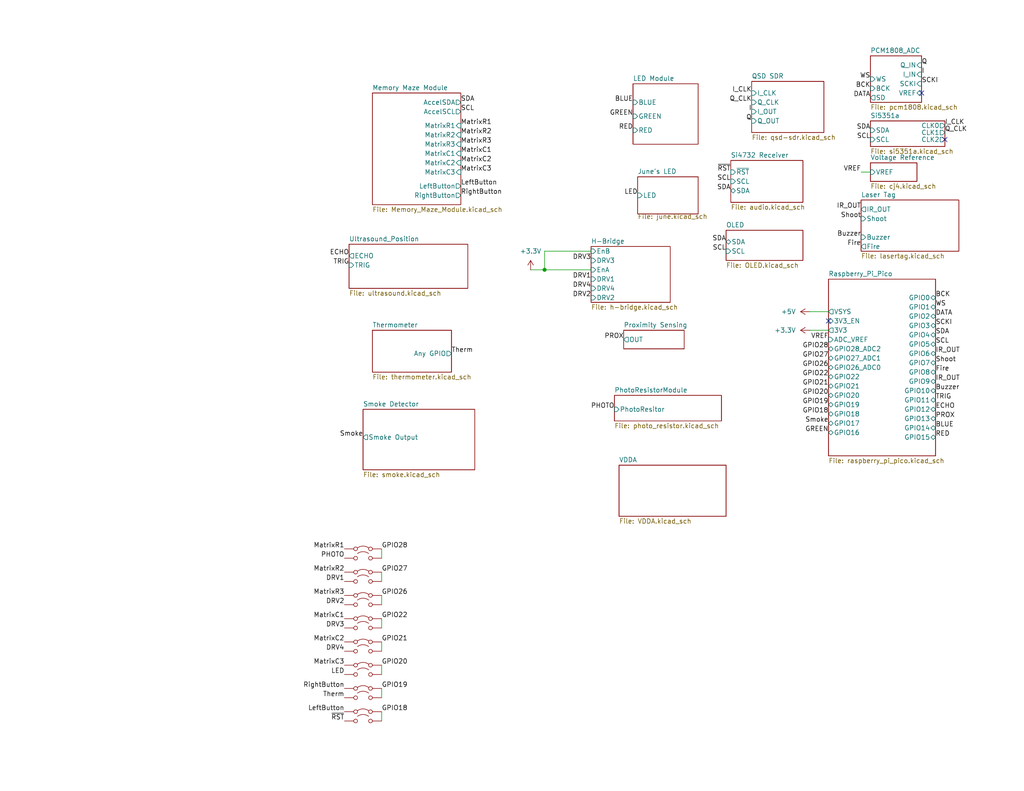
<source format=kicad_sch>
(kicad_sch (version 20250114) (generator "eeschema") (generator_version "9.0")
  (paper "A")
  (title_block (title "Raspberry Pi Pico USB  Sound Card (ADC Only)") (date "2025-01-07") (rev "0.1") (company "Walla Walla University") (comment 1 "Rob Frohne"))
  (lib_symbols
    (symbol "+3.3V_1" (power) (pin_numbers (hide yes)) (pin_names (offset 0) (hide yes))
      (property "Value" "+3.3V" (at 0 3.556 0))
      (symbol "+3.3V_1_0_1"
        (polyline (pts (xy -0.762 1.27) (xy 0 2.54)))
        (polyline (pts (xy 0 2.54) (xy 0.762 1.27)))
        (polyline (pts (xy 0 0) (xy 0 2.54)))
      )
      (symbol "+3.3V_1_1_1"
        (pin power_in line (at 0 0 90) (length 0) (name "~") (number "1"))
      )
    )
    (symbol "Jumper:Jumper_2_Bridged" (pin_numbers (hide yes)) (pin_names (offset 0) (hide yes)) (exclude_from_sim yes)
      (property "Reference" "JP" (at 0 1.905 0))
      (property "Value" "Jumper_2_Bridged" (at 0 -2.54 0))
      (symbol "Jumper_2_Bridged_0_0"
        (circle (center -2.032 0) (radius 0.508))
        (circle (center 2.032 0) (radius 0.508))
      )
      (symbol "Jumper_2_Bridged_0_1"
        (arc (start -1.524 0.254) (mid 0 0.762) (end 1.524 0.254))
      )
      (symbol "Jumper_2_Bridged_1_1"
        (pin passive line (at -5.08 0 0) (length 2.54) (name "A") (number "1"))
        (pin passive line (at 5.08 0 180) (length 2.54) (name "B") (number "2"))
      )
    )
    (symbol "Jumper:Jumper_2_Open" (pin_numbers (hide yes)) (pin_names (offset 0) (hide yes)) (exclude_from_sim yes)
      (property "Reference" "JP" (at 0 2.794 0))
      (property "Value" "Jumper_2_Open" (at 0 -2.286 0))
      (symbol "Jumper_2_Open_0_0"
        (circle (center -2.032 0) (radius 0.508))
        (circle (center 2.032 0) (radius 0.508))
      )
      (symbol "Jumper_2_Open_0_1"
        (arc (start -1.524 1.27) (mid 0 1.778) (end 1.524 1.27))
      )
      (symbol "Jumper_2_Open_1_1"
        (pin passive line (at -5.08 0 0) (length 2.54) (name "A") (number "1"))
        (pin passive line (at 5.08 0 180) (length 2.54) (name "B") (number "2"))
      )
    )
    (symbol "power:+3.3V" (power) (pin_names (offset 0))
      (property "Value" "+3.3V" (at 0 3.556 0))
      (symbol "+3.3V_0_1"
        (polyline (pts (xy -0.762 1.27) (xy 0 2.54)))
        (polyline (pts (xy 0 2.54) (xy 0.762 1.27)))
        (polyline (pts (xy 0 0) (xy 0 2.54)))
      )
      (symbol "+3.3V_1_1"
        (pin power_in line (at 0 0 90) (length 0) (hide yes) (name "+3.3V") (number "1"))
      )
    )
    (symbol "power:+5V" (power) (pin_names (offset 0))
      (property "Value" "+5V" (at 0 3.556 0))
      (symbol "+5V_0_1"
        (polyline (pts (xy -0.762 1.27) (xy 0 2.54)))
        (polyline (pts (xy 0 2.54) (xy 0.762 1.27)))
        (polyline (pts (xy 0 0) (xy 0 2.54)))
      )
      (symbol "+5V_1_1"
        (pin power_in line (at 0 0 90) (length 0) (hide yes) (name "+5V") (number "1"))
      )
    )
  )
  (junction (at 148.59 73.66))
  (no_connect (at 226.06 87.63))
  (no_connect (at 257.81 38.1))
  (no_connect (at 251.46 25.4))
  (wire (pts (xy 148.59 68.58) (xy 148.59 73.66)))
  (wire (pts (xy 104.14 162.56) (xy 104.14 165.1)))
  (wire (pts (xy 104.14 181.61) (xy 104.14 184.15)))
  (wire (pts (xy 104.14 156.21) (xy 104.14 158.75)))
  (wire (pts (xy 104.14 187.96) (xy 104.14 190.5)))
  (wire (pts (xy 104.14 194.31) (xy 104.14 196.85)))
  (wire (pts (xy 104.14 149.86) (xy 104.14 152.4)))
  (wire (pts (xy 234.95 46.99) (xy 237.49 46.99)))
  (wire (pts (xy 148.59 73.66) (xy 161.29 73.66)))
  (wire (pts (xy 220.98 90.17) (xy 226.06 90.17)))
  (wire (pts (xy 161.29 68.58) (xy 148.59 68.58)))
  (wire (pts (xy 220.98 85.09) (xy 226.06 85.09)))
  (wire (pts (xy 144.78 73.66) (xy 148.59 73.66)))
  (wire (pts (xy 104.14 175.26) (xy 104.14 177.8)))
  (wire (pts (xy 104.14 168.91) (xy 104.14 171.45)))
  (label "Fire" (at 234.95 67.31 180))
  (label "PROX" (at 170.18 92.71 180))
  (label "MatrixR1" (at 93.98 149.86 180))
  (label "MatrixR2" (at 93.98 156.21 180))
  (label "ECHO" (at 95.25 69.85 180))
  (label "GPIO21" (at 226.06 105.41 180))
  (label "MatrixR3" (at 93.98 162.56 180))
  (label "Fire" (at 255.27 101.6 0))
  (label "~{RST}" (at 199.39 46.99 180))
  (label "GREEN" (at 172.72 31.75 180))
  (label "GPIO26" (at 104.14 162.56 0))
  (label "MatrixC2" (at 125.73 44.45 0))
  (label "GPIO19" (at 104.14 187.96 0))
  (label "DRV4" (at 161.29 78.74 180))
  (label "GPIO26" (at 226.06 100.33 180))
  (label "PHOTO" (at 167.64 111.76 180))
  (label "SCKI" (at 251.46 22.86 0))
  (label "SDA" (at 199.39 52.07 180))
  (label "RightButton" (at 125.73 53.34 0))
  (label "DRV2" (at 93.98 165.1 180))
  (label "GPIO18" (at 226.06 113.03 180))
  (label "BLUE" (at 172.72 27.94 180))
  (label "SCKI" (at 255.27 88.9 0))
  (label "TRIG" (at 255.27 109.22 0))
  (label "I" (at 205.105 30.48 180))
  (label "MatrixC1" (at 125.73 41.91 0))
  (label "~{RST}" (at 93.98 196.85 180))
  (label "Shoot" (at 255.27 99.06 0))
  (label "PROX" (at 255.27 114.3 0))
  (label "GPIO22" (at 104.14 168.91 0))
  (label "GPIO20" (at 104.14 181.61 0))
  (label "SCL" (at 199.39 49.53 180))
  (label "I_CLK" (at 257.81 34.29 0))
  (label "MatrixC3" (at 125.73 46.99 0))
  (label "Shoot" (at 234.95 59.69 180))
  (label "BLUE" (at 255.27 116.84 0))
  (label "SCL" (at 255.27 93.98 0))
  (label "MatrixR2" (at 125.73 36.83 0))
  (label "DATA" (at 255.27 86.36 0))
  (label "SDA" (at 237.49 35.56 180))
  (label "SDA" (at 198.12 66.04 180))
  (label "GPIO28" (at 104.14 149.86 0))
  (label "Therm" (at 123.19 96.52 0))
  (label "SDA" (at 125.73 27.94 0))
  (label "RED" (at 172.72 35.56 180))
  (label "MatrixR3" (at 125.73 39.37 0))
  (label "GPIO22" (at 226.06 102.87 180))
  (label "MatrixC1" (at 93.98 168.91 180))
  (label "GPIO27" (at 226.06 97.79 180))
  (label "IR_OUT" (at 234.95 57.15 180))
  (label "SCL" (at 237.49 38.1 180))
  (label "WS" (at 237.49 21.59 180))
  (label "GPIO19" (at 226.06 110.49 180))
  (label "PHOTO" (at 93.98 152.4 180))
  (label "Smoke" (at 99.06 119.38 180))
  (label "RightButton" (at 93.98 187.96 180))
  (label "VREF" (at 234.95 46.99 180))
  (label "BCK" (at 255.27 81.28 0))
  (label "LeftButton" (at 93.98 194.31 180))
  (label "IR_OUT" (at 255.27 96.52 0))
  (label "GPIO28" (at 226.06 95.25 180))
  (label "DRV4" (at 93.98 177.8 180))
  (label "MatrixC3" (at 93.98 181.61 180))
  (label "Q_CLK" (at 257.81 36.195 0))
  (label "SCL" (at 125.73 30.48 0))
  (label "LED" (at 173.99 53.34 180))
  (label "SCL" (at 198.12 68.58 180))
  (label "IR_OUT" (at 255.27 104.14 0))
  (label "MatrixR1" (at 125.73 34.29 0))
  (label "GPIO18" (at 104.14 194.31 0))
  (label "Buzzer" (at 255.27 106.68 0))
  (label "GREEN" (at 226.06 118.11 180))
  (label "Buzzer" (at 234.95 64.77 180))
  (label "RED" (at 255.27 119.38 0))
  (label "I" (at 251.46 20.32 0))
  (label "DRV3" (at 161.29 71.12 180))
  (label "Smoke" (at 226.06 115.57 180))
  (label "Q" (at 205.105 33.02 180))
  (label "VREF" (at 226.06 92.71 180))
  (label "I_CLK" (at 205.105 25.4 180))
  (label "DRV1" (at 93.98 158.75 180))
  (label "ECHO" (at 255.27 111.76 0))
  (label "Q_CLK" (at 205.105 27.94 180))
  (label "MatrixC2" (at 93.98 175.26 180))
  (label "GPIO20" (at 226.06 107.95 180))
  (label "BCK" (at 237.49 24.13 180))
  (label "DRV2" (at 161.29 81.28 180))
  (label "LeftButton" (at 125.73 50.8 0))
  (label "Therm" (at 93.98 190.5 180))
  (label "GPIO27" (at 104.14 156.21 0))
  (label "Q" (at 251.46 17.78 0))
  (label "GPIO21" (at 104.14 175.26 0))
  (label "SDA" (at 255.27 91.44 0))
  (label "DRV3" (at 93.98 171.45 180))
  (label "WS" (at 255.27 83.82 0))
  (label "DRV1" (at 161.29 76.2 180))
  (label "LED" (at 93.98 184.15 180))
  (label "TRIG" (at 95.25 72.39 180))
  (label "DATA" (at 237.49 26.67 180))
  (symbol (lib_id "Jumper:Jumper_2_Bridged") (at 99.06 187.96 0) (unit 1) (exclude_from_sim yes)
    (property "Reference" "JP13" (effects (hide yes)))
    (property "Value" "Jumper_2_Bridged" (effects (hide yes)))
    (property "Footprint" "Jumper:SolderJumper-2_P1.3mm_Bridged2Bar_RoundedPad1.0x1.5mm" (effects (hide yes)))
    (property "Description" "Jumper, 2-pole, closed/bridged" (effects (hide yes)))
  )
  (symbol (lib_id "Jumper:Jumper_2_Bridged") (at 99.06 156.21 0) (unit 1) (exclude_from_sim yes)
    (property "Reference" "JP3" (effects (hide yes)))
    (property "Value" "Jumper_2_Bridged" (effects (hide yes)))
    (property "Footprint" "Jumper:SolderJumper-2_P1.3mm_Bridged2Bar_RoundedPad1.0x1.5mm" (effects (hide yes)))
    (property "Description" "Jumper, 2-pole, closed/bridged" (effects (hide yes)))
  )
  (symbol (lib_id "Jumper:Jumper_2_Bridged") (at 99.06 194.31 0) (unit 1) (exclude_from_sim yes)
    (property "Reference" "JP15" (effects (hide yes)))
    (property "Value" "Jumper_2_Bridged" (effects (hide yes)))
    (property "Footprint" "Jumper:SolderJumper-2_P1.3mm_Bridged2Bar_RoundedPad1.0x1.5mm" (effects (hide yes)))
    (property "Description" "Jumper, 2-pole, closed/bridged" (effects (hide yes)))
  )
  (symbol (lib_id "Jumper:Jumper_2_Open") (at 99.06 184.15 0) (unit 1) (exclude_from_sim yes)
    (property "Reference" "JP12" (effects (hide yes)))
    (property "Value" "Jumper_2_Open" (effects (hide yes)))
    (property "Footprint" "Jumper:SolderJumper-2_P1.3mm_Open_RoundedPad1.0x1.5mm" (effects (hide yes)))
    (property "Description" "Jumper, 2-pole, open" (effects (hide yes)))
  )
  (symbol (lib_id "Jumper:Jumper_2_Open") (at 99.06 171.45 0) (unit 1) (exclude_from_sim yes)
    (property "Reference" "JP8" (effects (hide yes)))
    (property "Value" "Jumper_2_Open" (effects (hide yes)))
    (property "Footprint" "Jumper:SolderJumper-2_P1.3mm_Open_RoundedPad1.0x1.5mm" (effects (hide yes)))
    (property "Description" "Jumper, 2-pole, open" (effects (hide yes)))
  )
  (symbol (lib_id "Jumper:Jumper_2_Open") (at 99.06 152.4 0) (unit 1) (exclude_from_sim yes)
    (property "Reference" "JP2" (effects (hide yes)))
    (property "Value" "Jumper_2_Open" (effects (hide yes)))
    (property "Footprint" "Jumper:SolderJumper-2_P1.3mm_Open_RoundedPad1.0x1.5mm" (effects (hide yes)))
    (property "Description" "Jumper, 2-pole, open" (effects (hide yes)))
  )
  (symbol (lib_id "Jumper:Jumper_2_Bridged") (at 99.06 181.61 0) (unit 1) (exclude_from_sim yes)
    (property "Reference" "JP11" (effects (hide yes)))
    (property "Value" "Jumper_2_Bridged" (effects (hide yes)))
    (property "Footprint" "Jumper:SolderJumper-2_P1.3mm_Bridged2Bar_RoundedPad1.0x1.5mm" (effects (hide yes)))
    (property "Description" "Jumper, 2-pole, closed/bridged" (effects (hide yes)))
  )
  (symbol (lib_id "Jumper:Jumper_2_Bridged") (at 99.06 162.56 0) (unit 1) (exclude_from_sim yes)
    (property "Reference" "JP5" (effects (hide yes)))
    (property "Value" "Jumper_2_Bridged" (effects (hide yes)))
    (property "Footprint" "Jumper:SolderJumper-2_P1.3mm_Bridged2Bar_RoundedPad1.0x1.5mm" (effects (hide yes)))
    (property "Description" "Jumper, 2-pole, closed/bridged" (effects (hide yes)))
  )
  (symbol (lib_name "+3.3V_1") (lib_id "power:+3.3V") (at 144.78 73.66 0) (unit 1)
    (property "Reference" "#PWR01" (effects (hide yes)))
    (property "Value" "+3.3V" (at 144.78 68.58 0))
    (property "Description" "Power symbol creates a global label with name \"+3.3V\"" (effects (hide yes)))
  )
  (symbol (lib_id "power:+3.3V") (at 220.98 90.17 90) (unit 1)
    (property "Reference" "#PWR03" (effects (hide yes)))
    (property "Value" "+3.3V" (at 217.17 90.1699 90) (effects (justify left)))
  )
  (symbol (lib_id "power:+5V") (at 220.98 85.09 90) (unit 1)
    (property "Reference" "#PWR02" (effects (hide yes)))
    (property "Value" "+5V" (at 217.17 85.0899 90) (effects (justify left)))
  )
  (symbol (lib_id "Jumper:Jumper_2_Open") (at 99.06 196.85 0) (unit 1) (exclude_from_sim yes)
    (property "Reference" "JP16" (effects (hide yes)))
    (property "Value" "Jumper_2_Open" (effects (hide yes)))
    (property "Footprint" "Jumper:SolderJumper-2_P1.3mm_Open_RoundedPad1.0x1.5mm" (effects (hide yes)))
    (property "Description" "Jumper, 2-pole, open" (effects (hide yes)))
  )
  (symbol (lib_id "Jumper:Jumper_2_Open") (at 99.06 158.75 0) (unit 1) (exclude_from_sim yes)
    (property "Reference" "JP4" (effects (hide yes)))
    (property "Value" "Jumper_2_Open" (effects (hide yes)))
    (property "Footprint" "Jumper:SolderJumper-2_P1.3mm_Open_RoundedPad1.0x1.5mm" (effects (hide yes)))
    (property "Description" "Jumper, 2-pole, open" (effects (hide yes)))
  )
  (symbol (lib_id "Jumper:Jumper_2_Bridged") (at 99.06 149.86 0) (unit 1) (exclude_from_sim yes)
    (property "Reference" "JP1" (effects (hide yes)))
    (property "Value" "Jumper_2_Bridged" (effects (hide yes)))
    (property "Footprint" "Jumper:SolderJumper-2_P1.3mm_Bridged2Bar_RoundedPad1.0x1.5mm" (effects (hide yes)))
    (property "Description" "Jumper, 2-pole, closed/bridged" (effects (hide yes)))
  )
  (symbol (lib_id "Jumper:Jumper_2_Open") (at 99.06 165.1 0) (unit 1) (exclude_from_sim yes)
    (property "Reference" "JP6" (effects (hide yes)))
    (property "Value" "Jumper_2_Open" (effects (hide yes)))
    (property "Footprint" "Jumper:SolderJumper-2_P1.3mm_Open_RoundedPad1.0x1.5mm" (effects (hide yes)))
    (property "Description" "Jumper, 2-pole, open" (effects (hide yes)))
  )
  (symbol (lib_id "Jumper:Jumper_2_Bridged") (at 99.06 175.26 0) (unit 1) (exclude_from_sim yes)
    (property "Reference" "JP9" (effects (hide yes)))
    (property "Value" "Jumper_2_Bridged" (effects (hide yes)))
    (property "Footprint" "Jumper:SolderJumper-2_P1.3mm_Bridged2Bar_RoundedPad1.0x1.5mm" (effects (hide yes)))
    (property "Description" "Jumper, 2-pole, closed/bridged" (effects (hide yes)))
  )
  (symbol (lib_id "Jumper:Jumper_2_Open") (at 99.06 190.5 0) (unit 1) (exclude_from_sim yes)
    (property "Reference" "JP14" (effects (hide yes)))
    (property "Value" "Jumper_2_Open" (effects (hide yes)))
    (property "Footprint" "Jumper:SolderJumper-2_P1.3mm_Open_RoundedPad1.0x1.5mm" (effects (hide yes)))
    (property "Description" "Jumper, 2-pole, open" (effects (hide yes)))
  )
  (symbol (lib_id "Jumper:Jumper_2_Bridged") (at 99.06 168.91 0) (unit 1) (exclude_from_sim yes)
    (property "Reference" "JP7" (effects (hide yes)))
    (property "Value" "Jumper_2_Bridged" (effects (hide yes)))
    (property "Footprint" "Jumper:SolderJumper-2_P1.3mm_Bridged2Bar_RoundedPad1.0x1.5mm" (effects (hide yes)))
    (property "Description" "Jumper, 2-pole, closed/bridged" (effects (hide yes)))
  )
  (symbol (lib_id "Jumper:Jumper_2_Open") (at 99.06 177.8 0) (unit 1) (exclude_from_sim yes)
    (property "Reference" "JP10" (effects (hide yes)))
    (property "Value" "Jumper_2_Open" (effects (hide yes)))
    (property "Footprint" "Jumper:SolderJumper-2_P1.3mm_Open_RoundedPad1.0x1.5mm" (effects (hide yes)))
    (property "Description" "Jumper, 2-pole, open" (effects (hide yes)))
  )
  (sheet (at 237.49 33.02) (size 20.32 6.985) (stroke (width 0.1524))
    (property "Sheetname" "Si5351a" (at 237.49 32.3084 0) (effects (justify left bottom)))
    (property "Sheetfile" "si5351a.kicad_sch" (at 237.49 40.5896 0) (effects (justify left top)))
    (pin "SDA" input (at 237.49 35.56 180))
    (pin "SCL" input (at 237.49 38.1 180))
    (pin "CLK0" output (at 257.81 34.29 0))
    (pin "CLK1" output (at 257.81 36.195 0))
    (pin "CLK2" output (at 257.81 38.1 0))
  )
  (sheet (at 168.91 127) (size 29.21 13.97) (stroke (width 0.1524))
    (property "Sheetname" "VDDA" (at 168.91 126.2884 0) (effects (justify left bottom)))
    (property "Sheetfile" "VDDA.kicad_sch" (at 168.91 141.5546 0) (effects (justify left top)))
  )
  (sheet (at 237.49 44.45) (size 12.7 5.08) (stroke (width 0.1524))
    (property "Sheetname" "Voltage Reference" (at 237.49 43.7384 0) (effects (justify left bottom)))
    (property "Sheetfile" "cj4.kicad_sch" (at 237.49 50.1146 0) (effects (justify left top)))
    (pin "VREF" input (at 237.49 46.99 180))
  )
  (sheet (at 95.25 66.675) (size 32.385 12.065) (stroke (width 0.1524))
    (property "Sheetname" "Ultrasound_Position" (at 95.25 65.9634 0) (effects (justify left bottom)))
    (property "Sheetfile" "ultrasound.kicad_sch" (at 95.25 79.3246 0) (effects (justify left top)))
    (pin "ECHO" output (at 95.25 69.85 180))
    (pin "TRIG" input (at 95.25 72.39 180))
  )
  (sheet (at 226.06 76.2) (size 29.21 48.26) (stroke (width 0.1524))
    (property "Sheetname" "Raspberry_Pi_Pico" (at 226.06 75.4884 0) (effects (justify left bottom)))
    (property "Sheetfile" "raspberry_pi_pico.kicad_sch" (at 226.06 125.0446 0) (effects (justify left top)))
    (pin "GPIO28_ADC2" bidirectional (at 226.06 95.25 180))
    (pin "GPIO26_ADC0" bidirectional (at 226.06 100.33 180))
    (pin "ADC_VREF" input (at 226.06 92.71 180))
    (pin "GPIO27_ADC1" bidirectional (at 226.06 97.79 180))
    (pin "3V3" output (at 226.06 90.17 180))
    (pin "VSYS" output (at 226.06 85.09 180))
    (pin "3V3_EN" input (at 226.06 87.63 180))
    (pin "GPIO18" bidirectional (at 226.06 113.03 180))
    (pin "GPIO21" bidirectional (at 226.06 105.41 180))
    (pin "GPIO19" bidirectional (at 226.06 110.49 180))
    (pin "GPIO20" bidirectional (at 226.06 107.95 180))
    (pin "GPIO22" bidirectional (at 226.06 102.87 180))
    (pin "GPIO17" bidirectional (at 226.06 115.57 180))
    (pin "GPIO16" bidirectional (at 226.06 118.11 180))
    (pin "GPIO4" bidirectional (at 255.27 91.44 0))
    (pin "GPIO8" bidirectional (at 255.27 101.6 0))
    (pin "GPIO0" bidirectional (at 255.27 81.28 0))
    (pin "GPIO1" bidirectional (at 255.27 83.82 0))
    (pin "GPIO2" bidirectional (at 255.27 86.36 0))
    (pin "GPIO3" bidirectional (at 255.27 88.9 0))
    (pin "GPIO7" bidirectional (at 255.27 99.06 0))
    (pin "GPIO5" bidirectional (at 255.27 93.98 0))
    (pin "GPIO6" bidirectional (at 255.27 96.52 0))
    (pin "GPIO9" bidirectional (at 255.27 104.14 0))
    (pin "GPIO10" bidirectional (at 255.27 106.68 0))
    (pin "GPIO11" bidirectional (at 255.27 109.22 0))
    (pin "GPIO12" bidirectional (at 255.27 111.76 0))
    (pin "GPIO13" bidirectional (at 255.27 114.3 0))
    (pin "GPIO14" bidirectional (at 255.27 116.84 0))
    (pin "GPIO15" bidirectional (at 255.27 119.38 0))
  )
  (sheet (at 173.99 48.26) (size 16.51 10.16) (stroke (width 0.1524))
    (property "Sheetname" "June's LED" (at 173.99 47.5484 0) (effects (justify left bottom)))
    (property "Sheetfile" "june.kicad_sch" (at 173.99 58.3696 0) (effects (justify left top)))
    (pin "LED" input (at 173.99 53.34 180))
  )
  (sheet (at 101.6 25.4) (size 24.13 30.48) (stroke (width 0.1524))
    (property "Sheetname" "Memory Maze Module" (at 101.6 24.6884 0) (effects (justify left bottom)))
    (property "Sheetfile" "Memory_Maze_Module.kicad_sch" (at 101.6 56.4646 0) (effects (justify left top)))
    (pin "LeftButton" output (at 125.73 50.8 0))
    (pin "RightButton" output (at 125.73 53.34 0))
    (pin "MatrixR1" input (at 125.73 34.29 0))
    (pin "MatrixR2" input (at 125.73 36.83 0))
    (pin "MatrixR3" input (at 125.73 39.37 0))
    (pin "MatrixC1" input (at 125.73 41.91 0))
    (pin "MatrixC2" input (at 125.73 44.45 0))
    (pin "MatrixC3" input (at 125.73 46.99 0))
    (pin "AccelSDA" output (at 125.73 27.94 0))
    (pin "AccelSCL" output (at 125.73 30.48 0))
  )
  (sheet (at 172.72 22.86) (size 17.78 16.51) (stroke (width 0.1524))
    (property "Sheetname" "LED Module" (at 172.72 22.1484 0) (effects (justify left bottom)))
    (property "Sheetfile" "LEDmodule.kicad_sch" (effects (hide yes)))
    (pin "BLUE" input (at 172.72 27.94 180))
    (pin "RED" input (at 172.72 35.56 180))
    (pin "GREEN" input (at 172.72 31.75 180))
  )
  (sheet (at 99.06 111.76) (size 30.48 16.51) (stroke (width 0.1524))
    (property "Sheetname" "Smoke Detector" (at 99.06 111.0484 0) (effects (justify left bottom)))
    (property "Sheetfile" "smoke.kicad_sch" (at 99.06 128.8546 0) (effects (justify left top)))
    (pin "Smoke Output" output (at 99.06 119.38 180))
  )
  (sheet (at 161.29 67.31) (size 21.59 15.24) (stroke (width 0.1524))
    (property "Sheetname" "H-Bridge" (at 161.29 66.5984 0) (effects (justify left bottom)))
    (property "Sheetfile" "h-bridge.kicad_sch" (at 161.29 83.1346 0) (effects (justify left top)))
    (pin "DRV3" input (at 161.29 71.12 180))
    (pin "EnA" input (at 161.29 73.66 180))
    (pin "DRV4" input (at 161.29 78.74 180))
    (pin "EnB" input (at 161.29 68.58 180))
    (pin "DRV2" input (at 161.29 81.28 180))
    (pin "DRV1" input (at 161.29 76.2 180))
  )
  (sheet (at 199.39 43.815) (size 19.685 11.43) (stroke (width 0.1524))
    (property "Sheetname" "Si4732 Receiver" (at 199.39 43.1034 0) (effects (justify left bottom)))
    (property "Sheetfile" "audio.kicad_sch" (at 199.39 55.8296 0) (effects (justify left top)))
    (pin "~{RST}" input (at 199.39 46.99 180))
    (pin "SCL" input (at 199.39 49.53 180))
    (pin "SDA" bidirectional (at 199.39 52.07 180))
  )
  (sheet (at 237.49 15.24) (size 13.97 12.7) (stroke (width 0.1524))
    (property "Sheetname" "PCM1808_ADC" (at 237.49 14.5284 0) (effects (justify left bottom)))
    (property "Sheetfile" "pcm1808.kicad_sch" (at 237.49 28.5246 0) (effects (justify left top)))
    (pin "WS" input (at 237.49 21.59 180))
    (pin "BCK" input (at 237.49 24.13 180))
    (pin "SD" output (at 237.49 26.67 180))
    (pin "SCKI" input (at 251.46 22.86 0))
    (pin "VREF" input (at 251.46 25.4 0))
    (pin "I_IN" input (at 251.46 20.32 0))
    (pin "Q_IN" input (at 251.46 17.78 0))
  )
  (sheet (at 205.105 22.225) (size 19.685 13.97) (stroke (width 0.1524))
    (property "Sheetname" "QSD SDR" (at 205.105 21.5134 0) (effects (justify left bottom)))
    (property "Sheetfile" "qsd-sdr.kicad_sch" (at 205.105 36.7796 0) (effects (justify left top)))
    (pin "I_CLK" input (at 205.105 25.4 180))
    (pin "Q_CLK" input (at 205.105 27.94 180))
    (pin "I_OUT" input (at 205.105 30.48 180))
    (pin "Q_OUT" input (at 205.105 33.02 180))
  )
  (sheet (at 170.18 90.17) (size 16.51 5.08) (stroke (width 0.1524))
    (property "Sheetname" "Proximity Sensing" (at 170.18 89.4584 0) (effects (justify left bottom)))
    (property "Sheetfile" "Proximity Sensing.kicad_sch" (effects (hide yes)))
    (pin "OUT" output (at 170.18 92.71 180))
  )
  (sheet (at 234.95 54.61) (size 26.67 13.97) (stroke (width 0.1524))
    (property "Sheetname" "Laser Tag" (at 234.95 53.8984 0) (effects (justify left bottom)))
    (property "Sheetfile" "lasertag.kicad_sch" (at 234.95 69.1646 0) (effects (justify left top)))
    (pin "IR_OUT" output (at 234.95 57.15 180))
    (pin "Shoot" input (at 234.95 59.69 180))
    (pin "Buzzer" input (at 234.95 64.77 180))
    (pin "Fire" output (at 234.95 67.31 180))
  )
  (sheet (at 198.12 62.865) (size 20.955 8.255) (stroke (width 0.1524))
    (property "Sheetname" "OLED" (at 198.12 62.1534 0) (effects (justify left bottom)))
    (property "Sheetfile" "OLED.kicad_sch" (at 198.12 71.7046 0) (effects (justify left top)))
    (pin "SDA" bidirectional (at 198.12 66.04 180))
    (pin "SCL" input (at 198.12 68.58 180))
  )
  (sheet (at 101.6 90.17) (size 21.59 11.43) (stroke (width 0.1524))
    (property "Sheetname" "Thermometer" (at 101.6 89.4584 0) (effects (justify left bottom)))
    (property "Sheetfile" "thermometer.kicad_sch" (at 101.6 102.1846 0) (effects (justify left top)))
    (pin "Any GPIO" output (at 123.19 96.52 0))
  )
  (sheet (at 167.64 107.95) (size 29.21 6.985) (stroke (width 0.1524))
    (property "Sheetname" "PhotoResistorModule" (at 167.64 107.2384 0) (effects (justify left bottom)))
    (property "Sheetfile" "photo_resistor.kicad_sch" (at 167.64 115.5196 0) (effects (justify left top)))
    (pin "PhotoResitor " input (at 167.64 111.76 180))
  )
)
</source>
